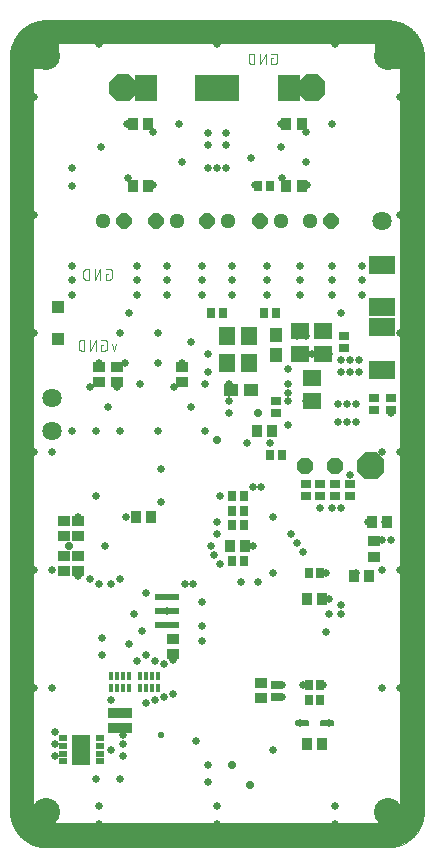
<source format=gbr>
G04 EAGLE Gerber RS-274X export*
G75*
%MOMM*%
%FSLAX35Y35*%
%LPD*%
%INsolder_mask_bottom*%
%IPPOS*%
%AMOC8*
5,1,8,0,0,1.08239X$1,22.5*%
G01*
%ADD10C,2.000000*%
%ADD11C,0.010000*%
%ADD12R,1.250000X2.000000*%
%ADD13R,2.250000X1.500000*%
%ADD14R,1.500000X2.000000*%
%ADD15C,0.101600*%
%ADD16R,1.027000X0.827000*%
%ADD17R,1.627000X2.527000*%
%ADD18R,0.777000X0.477000*%
%ADD19R,2.127000X0.527000*%
%ADD20R,0.427000X0.777000*%
%ADD21R,0.727000X0.827000*%
%ADD22R,0.827000X1.027000*%
%ADD23R,0.827000X0.727000*%
%ADD24P,1.457113X8X202.500000*%
%ADD25R,1.927000X2.327000*%
%ADD26P,1.402128X8X22.500000*%
%ADD27C,1.295400*%
%ADD28R,2.227000X1.627000*%
%ADD29P,1.402128X8X202.500000*%
%ADD30R,1.127000X1.227000*%
%ADD31R,1.227000X1.127000*%
%ADD32R,1.427000X1.627000*%
%ADD33R,1.627000X1.427000*%
%ADD34P,2.474344X8X22.500000*%
%ADD35R,1.127000X1.127000*%
%ADD36C,2.377000*%
%ADD37C,0.630200*%
%ADD38C,1.627000*%
%ADD39C,0.730200*%
%ADD40C,0.680200*%
%ADD41C,0.584200*%

G36*
X2723024Y1023519D02*
X2723024Y1023519D01*
X2723039Y1023502D01*
X2725069Y1023662D01*
X2725114Y1023702D01*
X2725147Y1023675D01*
X2727137Y1024155D01*
X2727175Y1024200D01*
X2727211Y1024179D01*
X2729091Y1024959D01*
X2729121Y1025009D01*
X2729160Y1024993D01*
X2730900Y1026053D01*
X2730923Y1026110D01*
X2730965Y1026101D01*
X2732515Y1027431D01*
X2732528Y1027488D01*
X2732569Y1027485D01*
X2733899Y1029035D01*
X2733903Y1029096D01*
X2733947Y1029100D01*
X2735007Y1030840D01*
X2735001Y1030898D01*
X2735041Y1030909D01*
X2735821Y1032789D01*
X2735812Y1032827D01*
X2735841Y1032849D01*
X2735835Y1032858D01*
X2735845Y1032863D01*
X2736325Y1034853D01*
X2736291Y1034932D01*
X2736339Y1034967D01*
X2736499Y1062997D01*
X2736480Y1063023D01*
X2736498Y1063039D01*
X2736338Y1065069D01*
X2736298Y1065114D01*
X2736325Y1065147D01*
X2735845Y1067137D01*
X2735800Y1067175D01*
X2735821Y1067211D01*
X2735041Y1069091D01*
X2734991Y1069121D01*
X2735007Y1069160D01*
X2733947Y1070900D01*
X2733890Y1070923D01*
X2733899Y1070965D01*
X2732569Y1072515D01*
X2732513Y1072528D01*
X2732515Y1072569D01*
X2730965Y1073899D01*
X2730904Y1073903D01*
X2730900Y1073947D01*
X2729160Y1075007D01*
X2729102Y1075001D01*
X2729091Y1075041D01*
X2727211Y1075821D01*
X2727154Y1075807D01*
X2727137Y1075845D01*
X2725147Y1076325D01*
X2725092Y1076302D01*
X2725069Y1076338D01*
X2723039Y1076498D01*
X2723013Y1076481D01*
X2723000Y1076499D01*
X2635000Y1076499D01*
X2634976Y1076481D01*
X2634961Y1076498D01*
X2632931Y1076338D01*
X2632886Y1076298D01*
X2632853Y1076325D01*
X2630863Y1075845D01*
X2630825Y1075800D01*
X2630789Y1075821D01*
X2628909Y1075041D01*
X2628879Y1074991D01*
X2628840Y1075007D01*
X2627100Y1073947D01*
X2627078Y1073890D01*
X2627035Y1073899D01*
X2625485Y1072569D01*
X2625472Y1072513D01*
X2625431Y1072515D01*
X2624101Y1070965D01*
X2624097Y1070904D01*
X2624053Y1070900D01*
X2622993Y1069160D01*
X2622999Y1069107D01*
X2622988Y1069099D01*
X2622959Y1069091D01*
X2622179Y1067211D01*
X2622193Y1067154D01*
X2622155Y1067137D01*
X2621675Y1065147D01*
X2621695Y1065099D01*
X2621680Y1065088D01*
X2621700Y1065062D01*
X2621661Y1065033D01*
X2621501Y1037003D01*
X2621520Y1036977D01*
X2621502Y1036961D01*
X2621662Y1034931D01*
X2621702Y1034886D01*
X2621675Y1034853D01*
X2622155Y1032863D01*
X2622200Y1032825D01*
X2622179Y1032789D01*
X2622959Y1030909D01*
X2623009Y1030879D01*
X2622993Y1030840D01*
X2624053Y1029100D01*
X2624110Y1029078D01*
X2624101Y1029035D01*
X2625431Y1027485D01*
X2625488Y1027472D01*
X2625485Y1027431D01*
X2627035Y1026101D01*
X2627096Y1026097D01*
X2627100Y1026053D01*
X2628840Y1024993D01*
X2628898Y1024999D01*
X2628909Y1024959D01*
X2630789Y1024179D01*
X2630846Y1024193D01*
X2630863Y1024155D01*
X2632853Y1023675D01*
X2632908Y1023698D01*
X2632931Y1023662D01*
X2634961Y1023502D01*
X2634987Y1023519D01*
X2635000Y1023501D01*
X2723000Y1023501D01*
X2723024Y1023519D01*
G37*
G36*
X2515024Y1023519D02*
X2515024Y1023519D01*
X2515039Y1023502D01*
X2517069Y1023662D01*
X2517114Y1023702D01*
X2517147Y1023675D01*
X2519137Y1024155D01*
X2519175Y1024200D01*
X2519211Y1024179D01*
X2521091Y1024959D01*
X2521121Y1025009D01*
X2521160Y1024993D01*
X2522900Y1026053D01*
X2522923Y1026110D01*
X2522965Y1026101D01*
X2524515Y1027431D01*
X2524528Y1027488D01*
X2524569Y1027485D01*
X2525899Y1029035D01*
X2525903Y1029096D01*
X2525947Y1029100D01*
X2527007Y1030840D01*
X2527001Y1030898D01*
X2527041Y1030909D01*
X2527821Y1032789D01*
X2527812Y1032827D01*
X2527841Y1032849D01*
X2527835Y1032858D01*
X2527845Y1032863D01*
X2528325Y1034853D01*
X2528291Y1034932D01*
X2528339Y1034967D01*
X2528499Y1062997D01*
X2528480Y1063023D01*
X2528498Y1063039D01*
X2528338Y1065069D01*
X2528298Y1065114D01*
X2528325Y1065147D01*
X2527845Y1067137D01*
X2527800Y1067175D01*
X2527821Y1067211D01*
X2527041Y1069091D01*
X2526991Y1069121D01*
X2527007Y1069160D01*
X2525947Y1070900D01*
X2525890Y1070923D01*
X2525899Y1070965D01*
X2524569Y1072515D01*
X2524513Y1072528D01*
X2524515Y1072569D01*
X2522965Y1073899D01*
X2522904Y1073903D01*
X2522900Y1073947D01*
X2521160Y1075007D01*
X2521102Y1075001D01*
X2521091Y1075041D01*
X2519211Y1075821D01*
X2519154Y1075807D01*
X2519137Y1075845D01*
X2517147Y1076325D01*
X2517092Y1076302D01*
X2517069Y1076338D01*
X2515039Y1076498D01*
X2515013Y1076481D01*
X2515000Y1076499D01*
X2427000Y1076499D01*
X2426976Y1076481D01*
X2426961Y1076498D01*
X2424931Y1076338D01*
X2424886Y1076298D01*
X2424853Y1076325D01*
X2422863Y1075845D01*
X2422825Y1075800D01*
X2422789Y1075821D01*
X2420909Y1075041D01*
X2420879Y1074991D01*
X2420840Y1075007D01*
X2419100Y1073947D01*
X2419078Y1073890D01*
X2419035Y1073899D01*
X2417485Y1072569D01*
X2417472Y1072513D01*
X2417431Y1072515D01*
X2416101Y1070965D01*
X2416097Y1070904D01*
X2416053Y1070900D01*
X2414993Y1069160D01*
X2414999Y1069107D01*
X2414988Y1069099D01*
X2414959Y1069091D01*
X2414179Y1067211D01*
X2414193Y1067154D01*
X2414155Y1067137D01*
X2413675Y1065147D01*
X2413695Y1065099D01*
X2413680Y1065088D01*
X2413700Y1065062D01*
X2413661Y1065033D01*
X2413501Y1037003D01*
X2413520Y1036977D01*
X2413502Y1036961D01*
X2413662Y1034931D01*
X2413702Y1034886D01*
X2413675Y1034853D01*
X2414155Y1032863D01*
X2414200Y1032825D01*
X2414179Y1032789D01*
X2414959Y1030909D01*
X2415009Y1030879D01*
X2414993Y1030840D01*
X2416053Y1029100D01*
X2416110Y1029078D01*
X2416101Y1029035D01*
X2417431Y1027485D01*
X2417488Y1027472D01*
X2417485Y1027431D01*
X2419035Y1026101D01*
X2419096Y1026097D01*
X2419100Y1026053D01*
X2420840Y1024993D01*
X2420898Y1024999D01*
X2420909Y1024959D01*
X2422789Y1024179D01*
X2422846Y1024193D01*
X2422863Y1024155D01*
X2424853Y1023675D01*
X2424908Y1023698D01*
X2424931Y1023662D01*
X2426961Y1023502D01*
X2426987Y1023519D01*
X2427000Y1023501D01*
X2515000Y1023501D01*
X2515024Y1023519D01*
G37*
D10*
X3200000Y6900000D02*
X300000Y6900000D01*
X3400000Y6685000D02*
X3400000Y300000D01*
X3200000Y100000D02*
X300000Y100000D01*
X100001Y6692500D02*
X99969Y6697424D01*
X100057Y6702348D01*
X100264Y6707268D01*
X100590Y6712182D01*
X101034Y6717087D01*
X101597Y6721979D01*
X102277Y6726856D01*
X103076Y6731716D01*
X103991Y6736554D01*
X105024Y6741369D01*
X106172Y6746158D01*
X107436Y6750918D01*
X108814Y6755646D01*
X110306Y6760339D01*
X111911Y6764994D01*
X113628Y6769610D01*
X115456Y6774182D01*
X117395Y6778709D01*
X119442Y6783188D01*
X121596Y6787617D01*
X123857Y6791992D01*
X126223Y6796310D01*
X128693Y6800571D01*
X131265Y6804771D01*
X133937Y6808907D01*
X136709Y6812977D01*
X139578Y6816979D01*
X142544Y6820911D01*
X145603Y6824770D01*
X148755Y6828554D01*
X151997Y6832261D01*
X155328Y6835888D01*
X158745Y6839434D01*
X162247Y6842896D01*
X165832Y6846272D01*
X169498Y6849561D01*
X173241Y6852760D01*
X177061Y6855868D01*
X180955Y6858883D01*
X184921Y6861802D01*
X188956Y6864625D01*
X193058Y6867350D01*
X197225Y6869975D01*
X201454Y6872498D01*
X205742Y6874919D01*
X210088Y6877235D01*
X214489Y6879445D01*
X218942Y6881548D01*
X223444Y6883544D01*
X227993Y6885429D01*
X232587Y6887205D01*
X237221Y6888868D01*
X241895Y6890420D01*
X246605Y6891858D01*
X251349Y6893181D01*
X256122Y6894390D01*
X260924Y6895483D01*
X265751Y6896460D01*
X270600Y6897320D01*
X275468Y6898062D01*
X280353Y6898686D01*
X285251Y6899193D01*
X290161Y6899580D01*
X295078Y6899849D01*
X300000Y6899999D01*
X3200000Y6900001D02*
X3205012Y6899759D01*
X3210016Y6899396D01*
X3215011Y6898912D01*
X3219992Y6898308D01*
X3224957Y6897584D01*
X3229903Y6896739D01*
X3234827Y6895776D01*
X3239727Y6894694D01*
X3244599Y6893494D01*
X3249440Y6892176D01*
X3254248Y6890742D01*
X3259021Y6889192D01*
X3263754Y6887527D01*
X3268446Y6885748D01*
X3273093Y6883857D01*
X3277694Y6881853D01*
X3282244Y6879740D01*
X3286743Y6877516D01*
X3291186Y6875185D01*
X3295571Y6872747D01*
X3299897Y6870204D01*
X3304159Y6867557D01*
X3308357Y6864808D01*
X3312486Y6861958D01*
X3316546Y6859009D01*
X3320533Y6855963D01*
X3324446Y6852822D01*
X3328281Y6849586D01*
X3332037Y6846260D01*
X3335712Y6842843D01*
X3339303Y6839338D01*
X3342808Y6835748D01*
X3346226Y6832074D01*
X3349554Y6828319D01*
X3352790Y6824484D01*
X3355932Y6820573D01*
X3358979Y6816586D01*
X3361929Y6812527D01*
X3364780Y6808398D01*
X3367530Y6804201D01*
X3370178Y6799939D01*
X3372722Y6795615D01*
X3375161Y6791230D01*
X3377494Y6786787D01*
X3379718Y6782289D01*
X3381833Y6777739D01*
X3383837Y6773139D01*
X3385730Y6768492D01*
X3387510Y6763801D01*
X3389176Y6759068D01*
X3390727Y6754296D01*
X3392162Y6749488D01*
X3393481Y6744647D01*
X3394682Y6739775D01*
X3395766Y6734876D01*
X3396730Y6729952D01*
X3397576Y6725006D01*
X3398301Y6720041D01*
X3398907Y6715060D01*
X3399392Y6710066D01*
X3399756Y6705062D01*
X3399999Y6700050D01*
X3400121Y6695034D01*
X3400121Y6690016D01*
X3400001Y6685000D01*
X3400000Y300000D02*
X3399942Y295167D01*
X3399766Y290337D01*
X3399475Y285513D01*
X3399066Y280697D01*
X3398542Y275893D01*
X3397901Y271102D01*
X3397145Y266329D01*
X3396274Y261575D01*
X3395288Y256843D01*
X3394188Y252137D01*
X3392975Y247459D01*
X3391649Y242811D01*
X3390211Y238197D01*
X3388662Y233618D01*
X3387003Y229079D01*
X3385235Y224581D01*
X3383358Y220127D01*
X3381375Y215720D01*
X3379285Y211362D01*
X3377091Y207055D01*
X3374794Y202803D01*
X3372394Y198608D01*
X3369894Y194472D01*
X3367294Y190397D01*
X3364597Y186387D01*
X3361803Y182443D01*
X3358916Y178567D01*
X3355935Y174763D01*
X3352863Y171032D01*
X3349702Y167375D01*
X3346454Y163797D01*
X3343120Y160298D01*
X3339702Y156880D01*
X3336203Y153546D01*
X3332625Y150298D01*
X3328968Y147137D01*
X3325237Y144065D01*
X3321433Y141084D01*
X3317557Y138197D01*
X3313613Y135403D01*
X3309603Y132706D01*
X3305528Y130106D01*
X3301392Y127606D01*
X3297197Y125206D01*
X3292945Y122909D01*
X3288638Y120715D01*
X3284280Y118625D01*
X3279873Y116642D01*
X3275419Y114765D01*
X3270921Y112997D01*
X3266382Y111338D01*
X3261803Y109789D01*
X3257189Y108351D01*
X3252541Y107025D01*
X3247863Y105812D01*
X3243157Y104712D01*
X3238425Y103726D01*
X3233671Y102855D01*
X3228898Y102099D01*
X3224107Y101458D01*
X3219303Y100934D01*
X3214487Y100525D01*
X3209663Y100234D01*
X3204833Y100058D01*
X3200000Y100000D01*
X300000Y100000D02*
X295167Y100058D01*
X290337Y100234D01*
X285513Y100525D01*
X280697Y100934D01*
X275893Y101458D01*
X271102Y102099D01*
X266329Y102855D01*
X261575Y103726D01*
X256843Y104712D01*
X252137Y105812D01*
X247459Y107025D01*
X242811Y108351D01*
X238197Y109789D01*
X233618Y111338D01*
X229079Y112997D01*
X224581Y114765D01*
X220127Y116642D01*
X215720Y118625D01*
X211362Y120715D01*
X207055Y122909D01*
X202803Y125206D01*
X198608Y127606D01*
X194472Y130106D01*
X190397Y132706D01*
X186387Y135403D01*
X182443Y138197D01*
X178567Y141084D01*
X174763Y144065D01*
X171032Y147137D01*
X167375Y150298D01*
X163797Y153546D01*
X160298Y156880D01*
X156880Y160298D01*
X153546Y163797D01*
X150298Y167375D01*
X147137Y171032D01*
X144065Y174763D01*
X141084Y178567D01*
X138197Y182443D01*
X135403Y186387D01*
X132706Y190397D01*
X130106Y194472D01*
X127606Y198608D01*
X125206Y202803D01*
X122909Y207055D01*
X120715Y211362D01*
X118625Y215720D01*
X116642Y220127D01*
X114765Y224581D01*
X112997Y229079D01*
X111338Y233618D01*
X109789Y238197D01*
X108351Y242811D01*
X107025Y247459D01*
X105812Y252137D01*
X104712Y256843D01*
X103726Y261575D01*
X102855Y266329D01*
X102099Y271102D01*
X101458Y275893D01*
X100934Y280697D01*
X100525Y285513D01*
X100234Y290337D01*
X100058Y295167D01*
X100000Y300000D01*
X100000Y6692500D01*
D11*
X3500000Y6700000D02*
X3500000Y300000D01*
X3499912Y292751D01*
X3499650Y285506D01*
X3499212Y278270D01*
X3498599Y271046D01*
X3497813Y263839D01*
X3496852Y256653D01*
X3495718Y249493D01*
X3494411Y242362D01*
X3492932Y235265D01*
X3491283Y228205D01*
X3489463Y221188D01*
X3487474Y214216D01*
X3485317Y207295D01*
X3482994Y200428D01*
X3480505Y193619D01*
X3477852Y186872D01*
X3475038Y180191D01*
X3472062Y173580D01*
X3468928Y167043D01*
X3465637Y160583D01*
X3462190Y154205D01*
X3458591Y147912D01*
X3454840Y141708D01*
X3450941Y135596D01*
X3446895Y129581D01*
X3442705Y123664D01*
X3438373Y117851D01*
X3433902Y112144D01*
X3429295Y106547D01*
X3424553Y101063D01*
X3419681Y95695D01*
X3414680Y90447D01*
X3409553Y85320D01*
X3404305Y80319D01*
X3398937Y75447D01*
X3393453Y70705D01*
X3387856Y66098D01*
X3382149Y61627D01*
X3376336Y57295D01*
X3370419Y53105D01*
X3364404Y49059D01*
X3358292Y45160D01*
X3352088Y41409D01*
X3345795Y37810D01*
X3339417Y34363D01*
X3332957Y31072D01*
X3326420Y27938D01*
X3319809Y24962D01*
X3313128Y22148D01*
X3306381Y19495D01*
X3299572Y17006D01*
X3292705Y14683D01*
X3285784Y12526D01*
X3278812Y10537D01*
X3271795Y8717D01*
X3264735Y7068D01*
X3257638Y5589D01*
X3250507Y4282D01*
X3243347Y3148D01*
X3236161Y2187D01*
X3228954Y1401D01*
X3221730Y788D01*
X3214494Y350D01*
X3207249Y88D01*
X3200000Y0D01*
X300000Y0D01*
X292751Y88D01*
X285506Y350D01*
X278270Y788D01*
X271046Y1401D01*
X263839Y2187D01*
X256653Y3148D01*
X249493Y4282D01*
X242362Y5589D01*
X235265Y7068D01*
X228205Y8717D01*
X221188Y10537D01*
X214216Y12526D01*
X207295Y14683D01*
X200428Y17006D01*
X193619Y19495D01*
X186872Y22148D01*
X180191Y24962D01*
X173580Y27938D01*
X167043Y31072D01*
X160583Y34363D01*
X154205Y37810D01*
X147912Y41409D01*
X141708Y45160D01*
X135596Y49059D01*
X129581Y53105D01*
X123664Y57295D01*
X117851Y61627D01*
X112144Y66098D01*
X106547Y70705D01*
X101063Y75447D01*
X95695Y80319D01*
X90447Y85320D01*
X85320Y90447D01*
X80319Y95695D01*
X75447Y101063D01*
X70705Y106547D01*
X66098Y112144D01*
X61627Y117851D01*
X57295Y123664D01*
X53105Y129581D01*
X49059Y135596D01*
X45160Y141708D01*
X41409Y147912D01*
X37810Y154205D01*
X34363Y160583D01*
X31072Y167043D01*
X27938Y173580D01*
X24962Y180191D01*
X22148Y186872D01*
X19495Y193619D01*
X17006Y200428D01*
X14683Y207295D01*
X12526Y214216D01*
X10537Y221188D01*
X8717Y228205D01*
X7068Y235265D01*
X5589Y242362D01*
X4282Y249493D01*
X3148Y256653D01*
X2187Y263839D01*
X1401Y271046D01*
X788Y278270D01*
X350Y285506D01*
X88Y292751D01*
X0Y300000D01*
X0Y6700000D01*
X88Y6707249D01*
X350Y6714494D01*
X788Y6721730D01*
X1401Y6728954D01*
X2187Y6736161D01*
X3148Y6743347D01*
X4282Y6750507D01*
X5589Y6757638D01*
X7068Y6764735D01*
X8717Y6771795D01*
X10537Y6778812D01*
X12526Y6785784D01*
X14683Y6792705D01*
X17006Y6799572D01*
X19495Y6806381D01*
X22148Y6813128D01*
X24962Y6819809D01*
X27938Y6826420D01*
X31072Y6832957D01*
X34363Y6839417D01*
X37810Y6845795D01*
X41409Y6852088D01*
X45160Y6858292D01*
X49059Y6864404D01*
X53105Y6870419D01*
X57295Y6876336D01*
X61627Y6882149D01*
X66098Y6887856D01*
X70705Y6893453D01*
X75447Y6898937D01*
X80319Y6904305D01*
X85320Y6909553D01*
X90447Y6914680D01*
X95695Y6919681D01*
X101063Y6924553D01*
X106547Y6929295D01*
X112144Y6933902D01*
X117851Y6938373D01*
X123664Y6942705D01*
X129581Y6946895D01*
X135596Y6950941D01*
X141708Y6954840D01*
X147912Y6958591D01*
X154205Y6962190D01*
X160583Y6965637D01*
X167043Y6968928D01*
X173580Y6972062D01*
X180191Y6975038D01*
X186872Y6977852D01*
X193619Y6980505D01*
X200428Y6982994D01*
X207295Y6985317D01*
X214216Y6987474D01*
X221188Y6989463D01*
X228205Y6991283D01*
X235265Y6992932D01*
X242362Y6994411D01*
X249493Y6995718D01*
X256653Y6996852D01*
X263839Y6997813D01*
X271046Y6998599D01*
X278270Y6999212D01*
X285506Y6999650D01*
X292751Y6999912D01*
X300000Y7000000D01*
X3200000Y7000000D01*
X3207249Y6999912D01*
X3214494Y6999650D01*
X3221730Y6999212D01*
X3228954Y6998599D01*
X3236161Y6997813D01*
X3243347Y6996852D01*
X3250507Y6995718D01*
X3257638Y6994411D01*
X3264735Y6992932D01*
X3271795Y6991283D01*
X3278812Y6989463D01*
X3285784Y6987474D01*
X3292705Y6985317D01*
X3299572Y6982994D01*
X3306381Y6980505D01*
X3313128Y6977852D01*
X3319809Y6975038D01*
X3326420Y6972062D01*
X3332957Y6968928D01*
X3339417Y6965637D01*
X3345795Y6962190D01*
X3352088Y6958591D01*
X3358292Y6954840D01*
X3364404Y6950941D01*
X3370419Y6946895D01*
X3376336Y6942705D01*
X3382149Y6938373D01*
X3387856Y6933902D01*
X3393453Y6929295D01*
X3398937Y6924553D01*
X3404305Y6919681D01*
X3409553Y6914680D01*
X3414680Y6909553D01*
X3419681Y6904305D01*
X3424553Y6898937D01*
X3429295Y6893453D01*
X3433902Y6887856D01*
X3438373Y6882149D01*
X3442705Y6876336D01*
X3446895Y6870419D01*
X3450941Y6864404D01*
X3454840Y6858292D01*
X3458591Y6852088D01*
X3462190Y6845795D01*
X3465637Y6839417D01*
X3468928Y6832957D01*
X3472062Y6826420D01*
X3475038Y6819809D01*
X3477852Y6813128D01*
X3480505Y6806381D01*
X3482994Y6799572D01*
X3485317Y6792705D01*
X3487474Y6785784D01*
X3489463Y6778812D01*
X3491283Y6771795D01*
X3492932Y6764735D01*
X3494411Y6757638D01*
X3495718Y6750507D01*
X3496852Y6743347D01*
X3497813Y6736161D01*
X3498599Y6728954D01*
X3499212Y6721730D01*
X3499650Y6714494D01*
X3499912Y6707249D01*
X3500000Y6700000D01*
D12*
X3149500Y6797000D03*
D13*
X3310500Y6662000D03*
D14*
X338000Y6796000D03*
D13*
X188500Y6662000D03*
D15*
X808544Y4854991D02*
X823518Y4854991D01*
X808544Y4854991D02*
X808544Y4805080D01*
X838491Y4805080D01*
X838973Y4805086D01*
X839456Y4805103D01*
X839937Y4805132D01*
X840418Y4805173D01*
X840897Y4805226D01*
X841376Y4805289D01*
X841852Y4805365D01*
X842327Y4805452D01*
X842799Y4805550D01*
X843269Y4805660D01*
X843736Y4805781D01*
X844200Y4805914D01*
X844660Y4806057D01*
X845117Y4806212D01*
X845570Y4806377D01*
X846019Y4806554D01*
X846464Y4806741D01*
X846904Y4806939D01*
X847339Y4807148D01*
X847769Y4807367D01*
X848193Y4807596D01*
X848612Y4807836D01*
X849025Y4808085D01*
X849432Y4808345D01*
X849832Y4808614D01*
X850226Y4808893D01*
X850612Y4809181D01*
X850992Y4809479D01*
X851365Y4809785D01*
X851730Y4810101D01*
X852087Y4810425D01*
X852436Y4810758D01*
X852777Y4811099D01*
X853110Y4811448D01*
X853434Y4811805D01*
X853750Y4812170D01*
X854056Y4812543D01*
X854354Y4812923D01*
X854642Y4813309D01*
X854921Y4813703D01*
X855190Y4814103D01*
X855450Y4814510D01*
X855699Y4814923D01*
X855939Y4815342D01*
X856168Y4815766D01*
X856387Y4816196D01*
X856596Y4816631D01*
X856794Y4817071D01*
X856981Y4817516D01*
X857158Y4817965D01*
X857323Y4818418D01*
X857478Y4818875D01*
X857621Y4819335D01*
X857754Y4819799D01*
X857875Y4820266D01*
X857985Y4820736D01*
X858083Y4821208D01*
X858170Y4821683D01*
X858246Y4822159D01*
X858309Y4822638D01*
X858362Y4823117D01*
X858403Y4823598D01*
X858432Y4824079D01*
X858449Y4824562D01*
X858455Y4825044D01*
X858455Y4874955D01*
X858449Y4875437D01*
X858432Y4875920D01*
X858403Y4876401D01*
X858362Y4876882D01*
X858309Y4877361D01*
X858246Y4877840D01*
X858170Y4878316D01*
X858083Y4878791D01*
X857985Y4879263D01*
X857875Y4879733D01*
X857754Y4880200D01*
X857621Y4880664D01*
X857478Y4881124D01*
X857323Y4881581D01*
X857158Y4882034D01*
X856981Y4882483D01*
X856794Y4882928D01*
X856596Y4883368D01*
X856387Y4883803D01*
X856168Y4884233D01*
X855939Y4884657D01*
X855699Y4885076D01*
X855450Y4885489D01*
X855190Y4885896D01*
X854921Y4886296D01*
X854642Y4886690D01*
X854354Y4887076D01*
X854056Y4887456D01*
X853750Y4887829D01*
X853434Y4888194D01*
X853110Y4888551D01*
X852777Y4888900D01*
X852436Y4889241D01*
X852087Y4889574D01*
X851730Y4889898D01*
X851365Y4890214D01*
X850992Y4890520D01*
X850612Y4890818D01*
X850226Y4891106D01*
X849832Y4891385D01*
X849432Y4891654D01*
X849025Y4891914D01*
X848612Y4892163D01*
X848193Y4892403D01*
X847769Y4892632D01*
X847339Y4892851D01*
X846904Y4893060D01*
X846464Y4893258D01*
X846019Y4893445D01*
X845570Y4893622D01*
X845117Y4893787D01*
X844660Y4893942D01*
X844200Y4894085D01*
X843736Y4894218D01*
X843269Y4894339D01*
X842799Y4894449D01*
X842327Y4894547D01*
X841852Y4894634D01*
X841376Y4894710D01*
X840897Y4894773D01*
X840418Y4894826D01*
X839937Y4894867D01*
X839456Y4894896D01*
X838973Y4894913D01*
X838491Y4894919D01*
X838491Y4894920D02*
X808544Y4894920D01*
X762455Y4894920D02*
X762455Y4805080D01*
X712544Y4805080D02*
X762455Y4894920D01*
X712544Y4894920D02*
X712544Y4805080D01*
X666456Y4805080D02*
X666456Y4894920D01*
X641500Y4894920D01*
X640897Y4894913D01*
X640294Y4894891D01*
X639692Y4894854D01*
X639091Y4894803D01*
X638492Y4894738D01*
X637894Y4894658D01*
X637298Y4894564D01*
X636705Y4894455D01*
X636115Y4894332D01*
X635528Y4894195D01*
X634944Y4894043D01*
X634364Y4893878D01*
X633788Y4893699D01*
X633217Y4893505D01*
X632650Y4893298D01*
X632089Y4893078D01*
X631533Y4892843D01*
X630984Y4892596D01*
X630440Y4892335D01*
X629902Y4892061D01*
X629372Y4891775D01*
X628848Y4891475D01*
X628332Y4891163D01*
X627824Y4890839D01*
X627323Y4890502D01*
X626831Y4890154D01*
X626348Y4889793D01*
X625873Y4889422D01*
X625407Y4889038D01*
X624951Y4888644D01*
X624505Y4888238D01*
X624068Y4887822D01*
X623642Y4887396D01*
X623226Y4886959D01*
X622820Y4886513D01*
X622426Y4886057D01*
X622042Y4885591D01*
X621671Y4885116D01*
X621310Y4884633D01*
X620962Y4884141D01*
X620625Y4883640D01*
X620301Y4883132D01*
X619989Y4882616D01*
X619689Y4882092D01*
X619403Y4881562D01*
X619129Y4881024D01*
X618868Y4880480D01*
X618621Y4879931D01*
X618386Y4879375D01*
X618166Y4878814D01*
X617959Y4878247D01*
X617765Y4877676D01*
X617586Y4877100D01*
X617421Y4876520D01*
X617269Y4875936D01*
X617132Y4875349D01*
X617009Y4874759D01*
X616900Y4874166D01*
X616806Y4873570D01*
X616726Y4872972D01*
X616661Y4872373D01*
X616610Y4871772D01*
X616573Y4871170D01*
X616551Y4870567D01*
X616544Y4869964D01*
X616545Y4869964D02*
X616545Y4830035D01*
X616544Y4830035D02*
X616551Y4829432D01*
X616573Y4828829D01*
X616610Y4828227D01*
X616661Y4827626D01*
X616726Y4827027D01*
X616806Y4826429D01*
X616900Y4825833D01*
X617009Y4825240D01*
X617132Y4824650D01*
X617269Y4824063D01*
X617421Y4823479D01*
X617586Y4822899D01*
X617765Y4822323D01*
X617959Y4821752D01*
X618166Y4821185D01*
X618386Y4820624D01*
X618621Y4820068D01*
X618868Y4819519D01*
X619129Y4818975D01*
X619403Y4818437D01*
X619689Y4817907D01*
X619989Y4817383D01*
X620301Y4816867D01*
X620625Y4816359D01*
X620962Y4815858D01*
X621310Y4815366D01*
X621671Y4814883D01*
X622042Y4814408D01*
X622426Y4813942D01*
X622820Y4813486D01*
X623226Y4813040D01*
X623642Y4812603D01*
X624068Y4812177D01*
X624505Y4811761D01*
X624951Y4811355D01*
X625407Y4810961D01*
X625873Y4810577D01*
X626348Y4810206D01*
X626831Y4809845D01*
X627323Y4809497D01*
X627824Y4809160D01*
X628332Y4808836D01*
X628848Y4808524D01*
X629372Y4808224D01*
X629902Y4807938D01*
X630440Y4807664D01*
X630984Y4807403D01*
X631533Y4807156D01*
X632089Y4806921D01*
X632650Y4806701D01*
X633217Y4806494D01*
X633788Y4806300D01*
X634364Y4806121D01*
X634944Y4805956D01*
X635528Y4805804D01*
X636115Y4805667D01*
X636705Y4805544D01*
X637298Y4805435D01*
X637894Y4805341D01*
X638492Y4805261D01*
X639091Y4805196D01*
X639692Y4805145D01*
X640294Y4805108D01*
X640897Y4805086D01*
X641500Y4805079D01*
X641500Y4805080D02*
X666456Y4805080D01*
X897959Y4264973D02*
X877995Y4205080D01*
X858031Y4264973D01*
X784013Y4254991D02*
X769040Y4254991D01*
X769040Y4205080D01*
X798986Y4205080D01*
X799468Y4205086D01*
X799951Y4205103D01*
X800432Y4205132D01*
X800913Y4205173D01*
X801392Y4205226D01*
X801871Y4205289D01*
X802347Y4205365D01*
X802822Y4205452D01*
X803294Y4205550D01*
X803764Y4205660D01*
X804231Y4205781D01*
X804695Y4205914D01*
X805155Y4206057D01*
X805612Y4206212D01*
X806065Y4206377D01*
X806514Y4206554D01*
X806959Y4206741D01*
X807399Y4206939D01*
X807834Y4207148D01*
X808264Y4207367D01*
X808688Y4207596D01*
X809107Y4207836D01*
X809520Y4208085D01*
X809927Y4208345D01*
X810327Y4208614D01*
X810721Y4208893D01*
X811107Y4209181D01*
X811487Y4209479D01*
X811860Y4209785D01*
X812225Y4210101D01*
X812582Y4210425D01*
X812931Y4210758D01*
X813272Y4211099D01*
X813605Y4211448D01*
X813929Y4211805D01*
X814245Y4212170D01*
X814551Y4212543D01*
X814849Y4212923D01*
X815137Y4213309D01*
X815416Y4213703D01*
X815685Y4214103D01*
X815945Y4214510D01*
X816194Y4214923D01*
X816434Y4215342D01*
X816663Y4215766D01*
X816882Y4216196D01*
X817091Y4216631D01*
X817289Y4217071D01*
X817476Y4217516D01*
X817653Y4217965D01*
X817818Y4218418D01*
X817973Y4218875D01*
X818116Y4219335D01*
X818249Y4219799D01*
X818370Y4220266D01*
X818480Y4220736D01*
X818578Y4221208D01*
X818665Y4221683D01*
X818741Y4222159D01*
X818804Y4222638D01*
X818857Y4223117D01*
X818898Y4223598D01*
X818927Y4224079D01*
X818944Y4224562D01*
X818950Y4225044D01*
X818951Y4225044D02*
X818951Y4274955D01*
X818950Y4274955D02*
X818944Y4275437D01*
X818927Y4275920D01*
X818898Y4276401D01*
X818857Y4276882D01*
X818804Y4277361D01*
X818741Y4277840D01*
X818665Y4278316D01*
X818578Y4278791D01*
X818480Y4279263D01*
X818370Y4279733D01*
X818249Y4280200D01*
X818116Y4280664D01*
X817973Y4281124D01*
X817818Y4281581D01*
X817653Y4282034D01*
X817476Y4282483D01*
X817289Y4282928D01*
X817091Y4283368D01*
X816882Y4283803D01*
X816663Y4284233D01*
X816434Y4284657D01*
X816194Y4285076D01*
X815945Y4285489D01*
X815685Y4285896D01*
X815416Y4286296D01*
X815137Y4286690D01*
X814849Y4287076D01*
X814551Y4287456D01*
X814245Y4287829D01*
X813929Y4288194D01*
X813605Y4288551D01*
X813272Y4288900D01*
X812931Y4289241D01*
X812582Y4289574D01*
X812225Y4289898D01*
X811860Y4290214D01*
X811487Y4290520D01*
X811107Y4290818D01*
X810721Y4291106D01*
X810327Y4291385D01*
X809927Y4291654D01*
X809520Y4291914D01*
X809107Y4292163D01*
X808688Y4292403D01*
X808264Y4292632D01*
X807834Y4292851D01*
X807399Y4293060D01*
X806959Y4293258D01*
X806514Y4293445D01*
X806065Y4293622D01*
X805612Y4293787D01*
X805155Y4293942D01*
X804695Y4294085D01*
X804231Y4294218D01*
X803764Y4294339D01*
X803294Y4294449D01*
X802822Y4294547D01*
X802347Y4294634D01*
X801871Y4294710D01*
X801392Y4294773D01*
X800913Y4294826D01*
X800432Y4294867D01*
X799951Y4294896D01*
X799468Y4294913D01*
X798986Y4294919D01*
X798986Y4294920D02*
X769040Y4294920D01*
X722951Y4294920D02*
X722951Y4205080D01*
X673040Y4205080D02*
X722951Y4294920D01*
X673040Y4294920D02*
X673040Y4205080D01*
X626951Y4205080D02*
X626951Y4294920D01*
X601996Y4294920D01*
X601393Y4294913D01*
X600790Y4294891D01*
X600188Y4294854D01*
X599587Y4294803D01*
X598988Y4294738D01*
X598390Y4294658D01*
X597794Y4294564D01*
X597201Y4294455D01*
X596611Y4294332D01*
X596024Y4294195D01*
X595440Y4294043D01*
X594860Y4293878D01*
X594284Y4293699D01*
X593713Y4293505D01*
X593146Y4293298D01*
X592585Y4293078D01*
X592029Y4292843D01*
X591480Y4292596D01*
X590936Y4292335D01*
X590398Y4292061D01*
X589868Y4291775D01*
X589344Y4291475D01*
X588828Y4291163D01*
X588320Y4290839D01*
X587819Y4290502D01*
X587327Y4290154D01*
X586844Y4289793D01*
X586369Y4289422D01*
X585903Y4289038D01*
X585447Y4288644D01*
X585001Y4288238D01*
X584564Y4287822D01*
X584138Y4287396D01*
X583722Y4286959D01*
X583316Y4286513D01*
X582922Y4286057D01*
X582538Y4285591D01*
X582167Y4285116D01*
X581806Y4284633D01*
X581458Y4284141D01*
X581121Y4283640D01*
X580797Y4283132D01*
X580485Y4282616D01*
X580185Y4282092D01*
X579899Y4281562D01*
X579625Y4281024D01*
X579364Y4280480D01*
X579117Y4279931D01*
X578882Y4279375D01*
X578662Y4278814D01*
X578455Y4278247D01*
X578261Y4277676D01*
X578082Y4277100D01*
X577917Y4276520D01*
X577765Y4275936D01*
X577628Y4275349D01*
X577505Y4274759D01*
X577396Y4274166D01*
X577302Y4273570D01*
X577222Y4272972D01*
X577157Y4272373D01*
X577106Y4271772D01*
X577069Y4271170D01*
X577047Y4270567D01*
X577040Y4269964D01*
X577040Y4230035D01*
X577047Y4229432D01*
X577069Y4228829D01*
X577106Y4228227D01*
X577157Y4227626D01*
X577222Y4227027D01*
X577302Y4226429D01*
X577396Y4225833D01*
X577505Y4225240D01*
X577628Y4224650D01*
X577765Y4224063D01*
X577917Y4223479D01*
X578082Y4222899D01*
X578261Y4222323D01*
X578455Y4221752D01*
X578662Y4221185D01*
X578882Y4220624D01*
X579117Y4220068D01*
X579364Y4219519D01*
X579625Y4218975D01*
X579899Y4218437D01*
X580185Y4217907D01*
X580485Y4217383D01*
X580797Y4216867D01*
X581121Y4216359D01*
X581458Y4215858D01*
X581806Y4215366D01*
X582167Y4214883D01*
X582538Y4214408D01*
X582922Y4213942D01*
X583316Y4213486D01*
X583722Y4213040D01*
X584138Y4212603D01*
X584564Y4212177D01*
X585001Y4211761D01*
X585447Y4211355D01*
X585903Y4210961D01*
X586369Y4210577D01*
X586844Y4210206D01*
X587327Y4209845D01*
X587819Y4209497D01*
X588320Y4209160D01*
X588828Y4208836D01*
X589344Y4208524D01*
X589868Y4208224D01*
X590398Y4207938D01*
X590936Y4207664D01*
X591480Y4207403D01*
X592029Y4207156D01*
X592585Y4206921D01*
X593146Y4206701D01*
X593713Y4206494D01*
X594284Y4206300D01*
X594860Y4206121D01*
X595440Y4205956D01*
X596024Y4205804D01*
X596611Y4205667D01*
X597201Y4205544D01*
X597794Y4205435D01*
X598390Y4205341D01*
X598988Y4205261D01*
X599587Y4205196D01*
X600188Y4205145D01*
X600790Y4205108D01*
X601393Y4205086D01*
X601996Y4205079D01*
X601996Y4205080D02*
X626951Y4205080D01*
X2208544Y6679991D02*
X2223518Y6679991D01*
X2208544Y6679991D02*
X2208544Y6630080D01*
X2238491Y6630080D01*
X2238973Y6630086D01*
X2239456Y6630103D01*
X2239937Y6630132D01*
X2240418Y6630173D01*
X2240897Y6630226D01*
X2241376Y6630289D01*
X2241852Y6630365D01*
X2242327Y6630452D01*
X2242799Y6630550D01*
X2243269Y6630660D01*
X2243736Y6630781D01*
X2244200Y6630914D01*
X2244660Y6631057D01*
X2245117Y6631212D01*
X2245570Y6631377D01*
X2246019Y6631554D01*
X2246464Y6631741D01*
X2246904Y6631939D01*
X2247339Y6632148D01*
X2247769Y6632367D01*
X2248193Y6632596D01*
X2248612Y6632836D01*
X2249025Y6633085D01*
X2249432Y6633345D01*
X2249832Y6633614D01*
X2250226Y6633893D01*
X2250612Y6634181D01*
X2250992Y6634479D01*
X2251365Y6634785D01*
X2251730Y6635101D01*
X2252087Y6635425D01*
X2252436Y6635758D01*
X2252777Y6636099D01*
X2253110Y6636448D01*
X2253434Y6636805D01*
X2253750Y6637170D01*
X2254056Y6637543D01*
X2254354Y6637923D01*
X2254642Y6638309D01*
X2254921Y6638703D01*
X2255190Y6639103D01*
X2255450Y6639510D01*
X2255699Y6639923D01*
X2255939Y6640342D01*
X2256168Y6640766D01*
X2256387Y6641196D01*
X2256596Y6641631D01*
X2256794Y6642071D01*
X2256981Y6642516D01*
X2257158Y6642965D01*
X2257323Y6643418D01*
X2257478Y6643875D01*
X2257621Y6644335D01*
X2257754Y6644799D01*
X2257875Y6645266D01*
X2257985Y6645736D01*
X2258083Y6646208D01*
X2258170Y6646683D01*
X2258246Y6647159D01*
X2258309Y6647638D01*
X2258362Y6648117D01*
X2258403Y6648598D01*
X2258432Y6649079D01*
X2258449Y6649562D01*
X2258455Y6650044D01*
X2258455Y6699955D01*
X2258449Y6700437D01*
X2258432Y6700920D01*
X2258403Y6701401D01*
X2258362Y6701882D01*
X2258309Y6702361D01*
X2258246Y6702840D01*
X2258170Y6703316D01*
X2258083Y6703791D01*
X2257985Y6704263D01*
X2257875Y6704733D01*
X2257754Y6705200D01*
X2257621Y6705664D01*
X2257478Y6706124D01*
X2257323Y6706581D01*
X2257158Y6707034D01*
X2256981Y6707483D01*
X2256794Y6707928D01*
X2256596Y6708368D01*
X2256387Y6708803D01*
X2256168Y6709233D01*
X2255939Y6709657D01*
X2255699Y6710076D01*
X2255450Y6710489D01*
X2255190Y6710896D01*
X2254921Y6711296D01*
X2254642Y6711690D01*
X2254354Y6712076D01*
X2254056Y6712456D01*
X2253750Y6712829D01*
X2253434Y6713194D01*
X2253110Y6713551D01*
X2252777Y6713900D01*
X2252436Y6714241D01*
X2252087Y6714574D01*
X2251730Y6714898D01*
X2251365Y6715214D01*
X2250992Y6715520D01*
X2250612Y6715818D01*
X2250226Y6716106D01*
X2249832Y6716385D01*
X2249432Y6716654D01*
X2249025Y6716914D01*
X2248612Y6717163D01*
X2248193Y6717403D01*
X2247769Y6717632D01*
X2247339Y6717851D01*
X2246904Y6718060D01*
X2246464Y6718258D01*
X2246019Y6718445D01*
X2245570Y6718622D01*
X2245117Y6718787D01*
X2244660Y6718942D01*
X2244200Y6719085D01*
X2243736Y6719218D01*
X2243269Y6719339D01*
X2242799Y6719449D01*
X2242327Y6719547D01*
X2241852Y6719634D01*
X2241376Y6719710D01*
X2240897Y6719773D01*
X2240418Y6719826D01*
X2239937Y6719867D01*
X2239456Y6719896D01*
X2238973Y6719913D01*
X2238491Y6719919D01*
X2238491Y6719920D02*
X2208544Y6719920D01*
X2162455Y6719920D02*
X2162455Y6630080D01*
X2112544Y6630080D02*
X2162455Y6719920D01*
X2112544Y6719920D02*
X2112544Y6630080D01*
X2066456Y6630080D02*
X2066456Y6719920D01*
X2041500Y6719920D01*
X2040897Y6719913D01*
X2040294Y6719891D01*
X2039692Y6719854D01*
X2039091Y6719803D01*
X2038492Y6719738D01*
X2037894Y6719658D01*
X2037298Y6719564D01*
X2036705Y6719455D01*
X2036115Y6719332D01*
X2035528Y6719195D01*
X2034944Y6719043D01*
X2034364Y6718878D01*
X2033788Y6718699D01*
X2033217Y6718505D01*
X2032650Y6718298D01*
X2032089Y6718078D01*
X2031533Y6717843D01*
X2030984Y6717596D01*
X2030440Y6717335D01*
X2029902Y6717061D01*
X2029372Y6716775D01*
X2028848Y6716475D01*
X2028332Y6716163D01*
X2027824Y6715839D01*
X2027323Y6715502D01*
X2026831Y6715154D01*
X2026348Y6714793D01*
X2025873Y6714422D01*
X2025407Y6714038D01*
X2024951Y6713644D01*
X2024505Y6713238D01*
X2024068Y6712822D01*
X2023642Y6712396D01*
X2023226Y6711959D01*
X2022820Y6711513D01*
X2022426Y6711057D01*
X2022042Y6710591D01*
X2021671Y6710116D01*
X2021310Y6709633D01*
X2020962Y6709141D01*
X2020625Y6708640D01*
X2020301Y6708132D01*
X2019989Y6707616D01*
X2019689Y6707092D01*
X2019403Y6706562D01*
X2019129Y6706024D01*
X2018868Y6705480D01*
X2018621Y6704931D01*
X2018386Y6704375D01*
X2018166Y6703814D01*
X2017959Y6703247D01*
X2017765Y6702676D01*
X2017586Y6702100D01*
X2017421Y6701520D01*
X2017269Y6700936D01*
X2017132Y6700349D01*
X2017009Y6699759D01*
X2016900Y6699166D01*
X2016806Y6698570D01*
X2016726Y6697972D01*
X2016661Y6697373D01*
X2016610Y6696772D01*
X2016573Y6696170D01*
X2016551Y6695567D01*
X2016544Y6694964D01*
X2016545Y6694964D02*
X2016545Y6655035D01*
X2016544Y6655035D02*
X2016551Y6654432D01*
X2016573Y6653829D01*
X2016610Y6653227D01*
X2016661Y6652626D01*
X2016726Y6652027D01*
X2016806Y6651429D01*
X2016900Y6650833D01*
X2017009Y6650240D01*
X2017132Y6649650D01*
X2017269Y6649063D01*
X2017421Y6648479D01*
X2017586Y6647899D01*
X2017765Y6647323D01*
X2017959Y6646752D01*
X2018166Y6646185D01*
X2018386Y6645624D01*
X2018621Y6645068D01*
X2018868Y6644519D01*
X2019129Y6643975D01*
X2019403Y6643437D01*
X2019689Y6642907D01*
X2019989Y6642383D01*
X2020301Y6641867D01*
X2020625Y6641359D01*
X2020962Y6640858D01*
X2021310Y6640366D01*
X2021671Y6639883D01*
X2022042Y6639408D01*
X2022426Y6638942D01*
X2022820Y6638486D01*
X2023226Y6638040D01*
X2023642Y6637603D01*
X2024068Y6637177D01*
X2024505Y6636761D01*
X2024951Y6636355D01*
X2025407Y6635961D01*
X2025873Y6635577D01*
X2026348Y6635206D01*
X2026831Y6634845D01*
X2027323Y6634497D01*
X2027824Y6634160D01*
X2028332Y6633836D01*
X2028848Y6633524D01*
X2029372Y6633224D01*
X2029902Y6632938D01*
X2030440Y6632664D01*
X2030984Y6632403D01*
X2031533Y6632156D01*
X2032089Y6631921D01*
X2032650Y6631701D01*
X2033217Y6631494D01*
X2033788Y6631300D01*
X2034364Y6631121D01*
X2034944Y6630956D01*
X2035528Y6630804D01*
X2036115Y6630667D01*
X2036705Y6630544D01*
X2037298Y6630435D01*
X2037894Y6630341D01*
X2038492Y6630261D01*
X2039091Y6630196D01*
X2039692Y6630145D01*
X2040294Y6630108D01*
X2040897Y6630086D01*
X2041500Y6630079D01*
X2041500Y6630080D02*
X2066456Y6630080D01*
D16*
X875000Y1010000D03*
X875000Y1140000D03*
X1375000Y1635000D03*
X1375000Y1765000D03*
X975000Y1010000D03*
X975000Y1140000D03*
D17*
X600000Y825000D03*
D18*
X755000Y922500D03*
X755000Y857500D03*
X755000Y792500D03*
X755000Y727500D03*
X445000Y922500D03*
X445000Y857500D03*
X445000Y792500D03*
X445000Y727500D03*
D19*
X1325000Y2120000D03*
X1325000Y2000000D03*
X1325000Y1880000D03*
D20*
X1250000Y1350000D03*
X1200000Y1350000D03*
X1150000Y1350000D03*
X1100000Y1350000D03*
X1100000Y1450000D03*
X1150000Y1450000D03*
X1200000Y1450000D03*
X1250000Y1450000D03*
X850000Y1450000D03*
X900000Y1450000D03*
X950000Y1450000D03*
X1000000Y1450000D03*
X1000000Y1350000D03*
X950000Y1350000D03*
X900000Y1350000D03*
X850000Y1350000D03*
D21*
X1975000Y2975000D03*
X1875000Y2975000D03*
D16*
X3075000Y2590000D03*
X3075000Y2460000D03*
D22*
X3190000Y2750000D03*
X3060000Y2750000D03*
X2910000Y2300000D03*
X3040000Y2300000D03*
D23*
X2625000Y2975000D03*
X2625000Y3075000D03*
X2500000Y2975000D03*
X2500000Y3075000D03*
D24*
X2752000Y3225000D03*
X2498000Y3225000D03*
D21*
X2525000Y2325000D03*
X2625000Y2325000D03*
D23*
X2875000Y2975000D03*
X2875000Y3075000D03*
X2750000Y3075000D03*
X2750000Y2975000D03*
D21*
X1975000Y2725000D03*
X1875000Y2725000D03*
X1975000Y2850000D03*
X1875000Y2850000D03*
D23*
X2250000Y1375000D03*
X2250000Y1275000D03*
D16*
X2125000Y1260000D03*
X2125000Y1390000D03*
D21*
X2625000Y1375000D03*
X2525000Y1375000D03*
X2525000Y1250000D03*
X2625000Y1250000D03*
D22*
X2510000Y875000D03*
X2640000Y875000D03*
D16*
X575000Y2335000D03*
X575000Y2465000D03*
X575000Y2765000D03*
X575000Y2635000D03*
X450000Y2335000D03*
X450000Y2465000D03*
X450000Y2765000D03*
X450000Y2635000D03*
D22*
X1060000Y2800000D03*
X1190000Y2800000D03*
D25*
X1655000Y6425000D03*
X1145000Y6425000D03*
X1845000Y6425000D03*
X2355000Y6425000D03*
D22*
X2465000Y5600000D03*
X2335000Y5600000D03*
X2335000Y6125000D03*
X2465000Y6125000D03*
X1035000Y6125000D03*
X1165000Y6125000D03*
X1165000Y5600000D03*
X1035000Y5600000D03*
D26*
X963900Y5300000D03*
D27*
X786100Y5300000D03*
D23*
X3075000Y3700000D03*
X3075000Y3800000D03*
X3225000Y3800000D03*
X3225000Y3700000D03*
D28*
X3150000Y4930000D03*
X3150000Y4570000D03*
X3150000Y4405000D03*
X3150000Y4045000D03*
D22*
X2640000Y2100000D03*
X2510000Y2100000D03*
D29*
X1236100Y5300000D03*
D27*
X1413900Y5300000D03*
D29*
X1661100Y5300000D03*
D27*
X1838900Y5300000D03*
D29*
X2111100Y5300000D03*
D27*
X2288900Y5300000D03*
D26*
X2713900Y5300000D03*
D27*
X2536100Y5300000D03*
D21*
X2200000Y5600000D03*
X2100000Y5600000D03*
D30*
X2250000Y4165000D03*
X2250000Y4335000D03*
D31*
X1865000Y3875000D03*
X2035000Y3875000D03*
D32*
X1830000Y4100000D03*
X2020000Y4100000D03*
X1830000Y4325000D03*
X2020000Y4325000D03*
D33*
X2450000Y4180000D03*
X2450000Y4370000D03*
X2650000Y4180000D03*
X2650000Y4370000D03*
X2550000Y3970000D03*
X2550000Y3780000D03*
D23*
X2250000Y3675000D03*
X2250000Y3775000D03*
D22*
X2215000Y3525000D03*
X2085000Y3525000D03*
D34*
X3050000Y3225000D03*
D22*
X1860000Y2550000D03*
X1990000Y2550000D03*
D21*
X1975000Y2425000D03*
X1875000Y2425000D03*
X1800000Y4525000D03*
X1700000Y4525000D03*
D23*
X2825000Y4325000D03*
X2825000Y4225000D03*
D21*
X2150000Y4525000D03*
X2250000Y4525000D03*
D34*
X2550000Y6425000D03*
X950000Y6425000D03*
D16*
X900000Y3935000D03*
X900000Y4065000D03*
X1450000Y4065000D03*
X1450000Y3935000D03*
D21*
X2200000Y3325000D03*
X2300000Y3325000D03*
D16*
X750000Y4065000D03*
X750000Y3935000D03*
D35*
X400000Y4300000D03*
X400000Y4575000D03*
D36*
X300000Y6700000D03*
X300000Y300000D03*
X3200000Y300000D03*
X3200000Y6700000D03*
D37*
X1750000Y6800000D03*
X2750000Y6800000D03*
X750000Y6800000D03*
X200000Y6350000D03*
X3300000Y6350000D03*
X200000Y5350000D03*
X3300000Y5350000D03*
X3300000Y4350000D03*
X3300000Y3350000D03*
X200000Y2350000D03*
X200000Y1350000D03*
X3300000Y2350000D03*
X3300000Y1350000D03*
X750000Y200000D03*
X1750000Y200000D03*
X2750000Y200000D03*
X764000Y5928000D03*
X2288000Y5926000D03*
D38*
X350000Y3525000D03*
D37*
X2350000Y4050000D03*
X2800000Y4125000D03*
X2875000Y4125000D03*
X2950000Y4125000D03*
X2925000Y3750000D03*
X2850000Y3750000D03*
X2775000Y3750000D03*
X2775000Y3600000D03*
X2850000Y3600000D03*
X2925000Y3600000D03*
X200000Y3350000D03*
D39*
X500000Y2550000D03*
D37*
X200000Y4350000D03*
X1225000Y1575000D03*
X1150000Y1625000D03*
X1300000Y1550000D03*
X1075000Y1575000D03*
X375000Y875000D03*
X925000Y575000D03*
X375000Y775000D03*
X725000Y575000D03*
X950000Y875000D03*
X950000Y775000D03*
X1475000Y2225000D03*
X1375320Y1300000D03*
X1550000Y2225000D03*
X1575000Y900000D03*
X1625000Y2075000D03*
X1625000Y1875000D03*
X375000Y975000D03*
X775000Y1775000D03*
X575000Y2300000D03*
X575000Y2800000D03*
X2700000Y2100000D03*
X2725000Y2875000D03*
X2475000Y2500000D03*
X3075000Y2600000D03*
X850000Y825000D03*
X950000Y950000D03*
X1377424Y1589500D03*
X2950000Y4025000D03*
X2875000Y3150000D03*
X1700000Y2550000D03*
X2100000Y2250000D03*
X2875000Y4025000D03*
X2800000Y4025000D03*
X3150000Y2600000D03*
X3225000Y2600000D03*
X1275000Y3200000D03*
X775000Y1625000D03*
X1225000Y1250000D03*
X750000Y2225000D03*
X2800000Y1975000D03*
X1950000Y2250000D03*
X1150000Y1225000D03*
X675000Y2275000D03*
X1775000Y2400000D03*
X1300000Y1275000D03*
X850000Y2225000D03*
X2700000Y1975000D03*
X1725000Y2475000D03*
X2675000Y1825000D03*
X2675000Y2325000D03*
X2625000Y2875000D03*
X2925000Y2325000D03*
X3025000Y2750000D03*
X2300000Y1275000D03*
X2225000Y825000D03*
X1250000Y4350000D03*
X1675000Y4175000D03*
D39*
X1750000Y3450000D03*
D37*
X2425000Y2575000D03*
X2375000Y2650000D03*
X2225000Y2800000D03*
X2800000Y2875000D03*
X2475000Y1375000D03*
X2450000Y1050000D03*
D39*
X1875000Y700000D03*
D37*
X1850000Y3675000D03*
X2700000Y1050000D03*
X2650000Y1375000D03*
X925000Y2275000D03*
X1750000Y2650000D03*
X725000Y3525000D03*
D39*
X2100000Y3675000D03*
D37*
X2500000Y3775000D03*
X2600000Y3775000D03*
X2425000Y4325000D03*
X2500000Y4325000D03*
D40*
X800000Y2550000D03*
D37*
X2050000Y2550000D03*
D40*
X1114000Y1831000D03*
X600000Y825000D03*
D37*
X3175000Y2750000D03*
X3075000Y2450000D03*
X1325000Y2000000D03*
X525000Y3525000D03*
X925000Y3525000D03*
X1250000Y3525000D03*
X1650000Y3525000D03*
X1650000Y3925000D03*
X1525000Y4275000D03*
D41*
X1275000Y950000D03*
D37*
X1675000Y550000D03*
X1675000Y700000D03*
X350000Y1350000D03*
X350000Y2350000D03*
X350000Y3350000D03*
X750000Y350000D03*
X1750000Y350000D03*
X2750000Y350000D03*
X3150000Y1350000D03*
X3150000Y2350000D03*
X3150000Y3350000D03*
X850000Y1250000D03*
X725000Y2975000D03*
X1275000Y2925000D03*
X975000Y2800000D03*
X2725000Y4925000D03*
X2725000Y4800000D03*
X2725000Y4675000D03*
D38*
X3150000Y5300000D03*
D37*
X1825000Y6050000D03*
X1825000Y5950000D03*
X2034000Y5834000D03*
X2500000Y5800000D03*
X2725000Y6125000D03*
X1675000Y6050000D03*
X1675000Y5950000D03*
X1450000Y5800000D03*
X1428000Y6122000D03*
X2296000Y5668000D03*
X2510000Y5603000D03*
X2504000Y6057000D03*
X2290000Y6124000D03*
X1204000Y6057000D03*
X990000Y6122000D03*
X996000Y5668000D03*
X1210000Y5603000D03*
X1150000Y2150000D03*
X3225000Y3675000D03*
X2800000Y2050000D03*
X1000000Y1725000D03*
X1750000Y2750000D03*
X2975000Y4925000D03*
X2975000Y4800000D03*
X2975000Y4675000D03*
X2175000Y4925000D03*
X2175000Y4675000D03*
X2175000Y4800000D03*
X1875000Y4800000D03*
X1875000Y4925000D03*
X1875000Y4675000D03*
X1625000Y4925000D03*
X1625000Y4800000D03*
X1625000Y4675000D03*
X1050000Y1975000D03*
X2000000Y3425000D03*
X2200000Y3325000D03*
X2200000Y3425000D03*
X1675000Y5750000D03*
X1750000Y5750000D03*
X1825000Y5750000D03*
X525000Y5750000D03*
X2072000Y5603000D03*
X925000Y4350000D03*
X1850000Y3775000D03*
X1075000Y4800000D03*
X1325000Y4925000D03*
X1325000Y4800000D03*
X1325000Y4675000D03*
X1075000Y4675000D03*
X1075000Y4925000D03*
X1525000Y3725000D03*
X525000Y4675000D03*
X525000Y4925000D03*
X525000Y4800000D03*
X825000Y3725000D03*
X1850000Y3850000D03*
X1850000Y3925000D03*
X525000Y5600000D03*
X1100000Y3925000D03*
X1000000Y4525000D03*
X2350000Y3775000D03*
X2350000Y3575000D03*
X2550000Y4175000D03*
X2350000Y3850000D03*
X2625000Y4175000D03*
X2700000Y4175000D03*
X2350000Y3925000D03*
X2225000Y2325000D03*
X1625000Y1750000D03*
X2250000Y4525000D03*
X2050000Y3050000D03*
X2800000Y4525000D03*
X2125000Y3050000D03*
X1700000Y4525000D03*
X1775000Y2975000D03*
X2450000Y4925000D03*
X2450000Y4800000D03*
X2450000Y4675000D03*
X968000Y4098000D03*
X900000Y3900000D03*
X1382000Y3900000D03*
X1450000Y4100000D03*
X2300000Y1375000D03*
X1250000Y4100000D03*
X1675000Y4025000D03*
X675000Y3900000D03*
X750000Y4100000D03*
D38*
X350000Y3800000D03*
D39*
X2025000Y525000D03*
M02*

</source>
